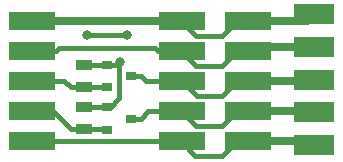
<source format=gtl>
G04 #@! TF.GenerationSoftware,KiCad,Pcbnew,5.0.2-bee76a0~70~ubuntu16.04.1*
G04 #@! TF.CreationDate,2019-12-01T17:21:16-08:00*
G04 #@! TF.ProjectId,db9,6462392e-6b69-4636-9164-5f7063625858,1.0*
G04 #@! TF.SameCoordinates,PX8847b20PY3a2c940*
G04 #@! TF.FileFunction,Copper,L1,Top*
G04 #@! TF.FilePolarity,Positive*
%FSLAX46Y46*%
G04 Gerber Fmt 4.6, Leading zero omitted, Abs format (unit mm)*
G04 Created by KiCad (PCBNEW 5.0.2-bee76a0~70~ubuntu16.04.1) date Sun 01 Dec 2019 05:21:16 PM PST*
%MOMM*%
%LPD*%
G01*
G04 APERTURE LIST*
G04 #@! TA.AperFunction,SMDPad,CuDef*
%ADD10R,4.000000X1.600000*%
G04 #@! TD*
G04 #@! TA.AperFunction,SMDPad,CuDef*
%ADD11R,3.500000X1.800000*%
G04 #@! TD*
G04 #@! TA.AperFunction,SMDPad,CuDef*
%ADD12R,0.900000X0.800000*%
G04 #@! TD*
G04 #@! TA.AperFunction,SMDPad,CuDef*
%ADD13R,1.397000X0.889000*%
G04 #@! TD*
G04 #@! TA.AperFunction,ViaPad*
%ADD14C,0.800000*%
G04 #@! TD*
G04 #@! TA.AperFunction,Conductor*
%ADD15C,0.400000*%
G04 #@! TD*
G04 #@! TA.AperFunction,Conductor*
%ADD16C,0.700000*%
G04 #@! TD*
G04 APERTURE END LIST*
D10*
G04 #@! TO.P,J4,1*
G04 #@! TO.N,Net-(J1-Pad1)*
X14900000Y-12200000D03*
G04 #@! TO.P,J4,2*
G04 #@! TO.N,Net-(J2-Pad2)*
X14900000Y-9660000D03*
G04 #@! TO.P,J4,3*
G04 #@! TO.N,Net-(J2-Pad3)*
X14900000Y-7120000D03*
G04 #@! TO.P,J4,4*
G04 #@! TO.N,Net-(J1-Pad4)*
X14900000Y-4580000D03*
G04 #@! TO.P,J4,5*
G04 #@! TO.N,GNDS*
X14900000Y-2040000D03*
G04 #@! TD*
G04 #@! TO.P,J1,5*
G04 #@! TO.N,GNDS*
X2200000Y-2040000D03*
G04 #@! TO.P,J1,4*
G04 #@! TO.N,Net-(J1-Pad4)*
X2200000Y-4580000D03*
G04 #@! TO.P,J1,3*
G04 #@! TO.N,Net-(J1-Pad3)*
X2200000Y-7120000D03*
G04 #@! TO.P,J1,2*
G04 #@! TO.N,Net-(J1-Pad2)*
X2200000Y-9660000D03*
G04 #@! TO.P,J1,1*
G04 #@! TO.N,Net-(J1-Pad1)*
X2200000Y-12200000D03*
G04 #@! TD*
G04 #@! TO.P,J2,1*
G04 #@! TO.N,Net-(J1-Pad1)*
X20500000Y-12200000D03*
G04 #@! TO.P,J2,2*
G04 #@! TO.N,Net-(J2-Pad2)*
X20500000Y-9660000D03*
G04 #@! TO.P,J2,3*
G04 #@! TO.N,Net-(J2-Pad3)*
X20500000Y-7120000D03*
G04 #@! TO.P,J2,4*
G04 #@! TO.N,Net-(J1-Pad4)*
X20500000Y-4580000D03*
G04 #@! TO.P,J2,5*
G04 #@! TO.N,GNDS*
X20500000Y-2040000D03*
G04 #@! TD*
D11*
G04 #@! TO.P,J3,1*
G04 #@! TO.N,Net-(J1-Pad1)*
X26100000Y-12540000D03*
G04 #@! TO.P,J3,2*
G04 #@! TO.N,Net-(J2-Pad2)*
X26100000Y-9770000D03*
G04 #@! TO.P,J3,3*
G04 #@! TO.N,Net-(J2-Pad3)*
X26100000Y-7000000D03*
G04 #@! TO.P,J3,4*
G04 #@! TO.N,Net-(J1-Pad4)*
X26100000Y-4230000D03*
G04 #@! TO.P,J3,5*
G04 #@! TO.N,GNDS*
X26100000Y-1460000D03*
G04 #@! TD*
D12*
G04 #@! TO.P,Q1,3*
G04 #@! TO.N,Net-(J2-Pad3)*
X10600000Y-6700000D03*
G04 #@! TO.P,Q1,2*
G04 #@! TO.N,Net-(J1-Pad3)*
X8600000Y-7650000D03*
G04 #@! TO.P,Q1,1*
G04 #@! TO.N,VCC*
X8600000Y-5750000D03*
G04 #@! TD*
G04 #@! TO.P,Q2,1*
G04 #@! TO.N,VCC*
X8600000Y-9350000D03*
G04 #@! TO.P,Q2,2*
G04 #@! TO.N,Net-(J1-Pad2)*
X8600000Y-11250000D03*
G04 #@! TO.P,Q2,3*
G04 #@! TO.N,Net-(J2-Pad2)*
X10600000Y-10300000D03*
G04 #@! TD*
D13*
G04 #@! TO.P,R1,2*
G04 #@! TO.N,Net-(J1-Pad3)*
X6600000Y-7652500D03*
G04 #@! TO.P,R1,1*
G04 #@! TO.N,VCC*
X6600000Y-5747500D03*
G04 #@! TD*
G04 #@! TO.P,R2,1*
G04 #@! TO.N,VCC*
X6600000Y-9295000D03*
G04 #@! TO.P,R2,2*
G04 #@! TO.N,Net-(J1-Pad2)*
X6600000Y-11200000D03*
G04 #@! TD*
D14*
G04 #@! TO.N,VCC*
X9700000Y-5500000D03*
G04 #@! TO.N,Net-(J1-Pad9)*
X10300000Y-3200000D03*
X6900000Y-3200000D03*
G04 #@! TD*
D15*
G04 #@! TO.N,VCC*
X8600000Y-5750000D02*
X8650000Y-5750000D01*
X9600000Y-6700000D02*
X9600000Y-8300000D01*
X9600000Y-8300000D02*
X9600000Y-8500000D01*
X9600000Y-8500000D02*
X9600000Y-8600000D01*
X9600000Y-8600000D02*
X8800000Y-9400000D01*
X8800000Y-9400000D02*
X8600000Y-9400000D01*
X6600000Y-9295000D02*
X8595000Y-9295000D01*
X8595000Y-9295000D02*
X8600000Y-9300000D01*
X8600000Y-5750000D02*
X6750000Y-5750000D01*
X6750000Y-5750000D02*
X6700000Y-5800000D01*
X9600000Y-5600000D02*
X9700000Y-5500000D01*
X9600000Y-6700000D02*
X9600000Y-5600000D01*
X8600000Y-5750000D02*
X9450000Y-5750000D01*
X9450000Y-5750000D02*
X9700000Y-5500000D01*
G04 #@! TO.N,Net-(J1-Pad9)*
X10300000Y-3200000D02*
X6900000Y-3200000D01*
G04 #@! TO.N,GNDS*
X19550002Y-2040000D02*
X18290002Y-3300000D01*
X20500000Y-2040000D02*
X19550002Y-2040000D01*
X18290002Y-3300000D02*
X17800000Y-3300000D01*
X17800000Y-3300000D02*
X16600000Y-3300000D01*
D16*
X25520000Y-2040000D02*
X26100000Y-1460000D01*
X20500000Y-2040000D02*
X25520000Y-2040000D01*
D15*
X16600000Y-3300000D02*
X16100000Y-3300000D01*
X16100000Y-3300000D02*
X14900000Y-2100000D01*
D16*
X2200000Y-2040000D02*
X14860000Y-2040000D01*
X14860000Y-2040000D02*
X14900000Y-2000000D01*
D15*
G04 #@! TO.N,Net-(J1-Pad4)*
X18300001Y-5830001D02*
X16630001Y-5830001D01*
X19550002Y-4580000D02*
X18300001Y-5830001D01*
X20500000Y-4580000D02*
X19550002Y-4580000D01*
D16*
X20850000Y-4230000D02*
X20500000Y-4580000D01*
X26100000Y-4230000D02*
X20850000Y-4230000D01*
D15*
X16630001Y-5830001D02*
X16130001Y-5830001D01*
X16130001Y-5830001D02*
X14900000Y-4600000D01*
X14780000Y-4580000D02*
X14800000Y-4600000D01*
X14900000Y-4580000D02*
X12880000Y-4580000D01*
X12880000Y-4580000D02*
X12600000Y-4300000D01*
X12600000Y-4300000D02*
X7400000Y-4300000D01*
X2200000Y-4580000D02*
X4220000Y-4580000D01*
X4220000Y-4580000D02*
X4500000Y-4300000D01*
X4500000Y-4300000D02*
X7400000Y-4300000D01*
G04 #@! TO.N,Net-(J1-Pad3)*
X8600000Y-7650000D02*
X6650000Y-7650000D01*
X6650000Y-7650000D02*
X6700000Y-7600000D01*
X5501500Y-7652500D02*
X4949000Y-7100000D01*
X6600000Y-7652500D02*
X5501500Y-7652500D01*
X4949000Y-7100000D02*
X2400000Y-7100000D01*
G04 #@! TO.N,Net-(J1-Pad2)*
X6600000Y-11200000D02*
X7698500Y-11200000D01*
X7698500Y-11200000D02*
X8600000Y-11200000D01*
X5501500Y-11200000D02*
X4001500Y-9700000D01*
X6600000Y-11200000D02*
X5501500Y-11200000D01*
X4001500Y-9700000D02*
X2200000Y-9700000D01*
G04 #@! TO.N,Net-(J1-Pad1)*
X18300001Y-13450001D02*
X16650001Y-13450001D01*
X19550002Y-12200000D02*
X18300001Y-13450001D01*
X20500000Y-12200000D02*
X19550002Y-12200000D01*
D16*
X25760000Y-12200000D02*
X26100000Y-12540000D01*
X20500000Y-12200000D02*
X25760000Y-12200000D01*
D15*
X16650001Y-13450001D02*
X16050001Y-13450001D01*
X16050001Y-13450001D02*
X14900000Y-12300000D01*
X2200000Y-12200000D02*
X14900000Y-12200000D01*
G04 #@! TO.N,Net-(J2-Pad2)*
X18300001Y-10910001D02*
X16610001Y-10910001D01*
X19550002Y-9660000D02*
X18300001Y-10910001D01*
X20500000Y-9660000D02*
X19550002Y-9660000D01*
D16*
X25990000Y-9660000D02*
X26100000Y-9770000D01*
X20500000Y-9660000D02*
X25990000Y-9660000D01*
D15*
X16610001Y-10910001D02*
X16110001Y-10910001D01*
X16110001Y-10910001D02*
X14900000Y-9700000D01*
X11450000Y-10300000D02*
X12050000Y-9700000D01*
X10600000Y-10300000D02*
X11450000Y-10300000D01*
X12050000Y-9700000D02*
X14900000Y-9700000D01*
G04 #@! TO.N,Net-(J2-Pad3)*
X19550002Y-7120000D02*
X18270002Y-8400000D01*
X20500000Y-7120000D02*
X19550002Y-7120000D01*
X18270002Y-8400000D02*
X16600000Y-8400000D01*
D16*
X25980000Y-7120000D02*
X26100000Y-7000000D01*
X20500000Y-7120000D02*
X25980000Y-7120000D01*
D15*
X16600000Y-8400000D02*
X16200000Y-8400000D01*
X16200000Y-8400000D02*
X14900000Y-7100000D01*
X11450000Y-6700000D02*
X11850000Y-7100000D01*
X10600000Y-6700000D02*
X11450000Y-6700000D01*
X11850000Y-7100000D02*
X14800000Y-7100000D01*
G04 #@! TD*
M02*

</source>
